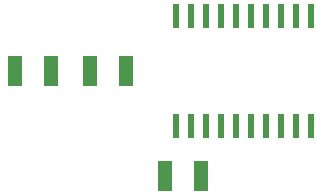
<source format=gbp>
%TF.GenerationSoftware,KiCad,Pcbnew,5.1.7-a382d34a8~87~ubuntu20.04.1*%
%TF.CreationDate,2020-10-30T10:09:33-04:00*%
%TF.ProjectId,encoder_interface_simple_3x2,656e636f-6465-4725-9f69-6e7465726661,1.1*%
%TF.SameCoordinates,Original*%
%TF.FileFunction,Paste,Bot*%
%TF.FilePolarity,Positive*%
%FSLAX46Y46*%
G04 Gerber Fmt 4.6, Leading zero omitted, Abs format (unit mm)*
G04 Created by KiCad (PCBNEW 5.1.7-a382d34a8~87~ubuntu20.04.1) date 2020-10-30 10:09:33*
%MOMM*%
%LPD*%
G01*
G04 APERTURE LIST*
%ADD10R,1.270000X2.540000*%
%ADD11R,0.600000X2.000000*%
G04 APERTURE END LIST*
D10*
%TO.C,C1*%
X122936000Y-97790000D03*
X125984000Y-97790000D03*
%TD*%
%TO.C,R1*%
X119634000Y-88900000D03*
X116586000Y-88900000D03*
%TD*%
%TO.C,R2*%
X113284000Y-88900000D03*
X110236000Y-88900000D03*
%TD*%
D11*
%TO.C,U1*%
X123825000Y-93550000D03*
X125095000Y-93550000D03*
X126365000Y-93550000D03*
X127635000Y-93550000D03*
X128905000Y-93550000D03*
X130175000Y-93550000D03*
X131445000Y-93550000D03*
X132715000Y-93550000D03*
X133985000Y-93550000D03*
X135255000Y-93550000D03*
X135255000Y-84250000D03*
X133985000Y-84250000D03*
X132715000Y-84250000D03*
X131445000Y-84250000D03*
X130175000Y-84250000D03*
X128905000Y-84250000D03*
X127635000Y-84250000D03*
X126365000Y-84250000D03*
X125095000Y-84250000D03*
X123825000Y-84250000D03*
%TD*%
M02*

</source>
